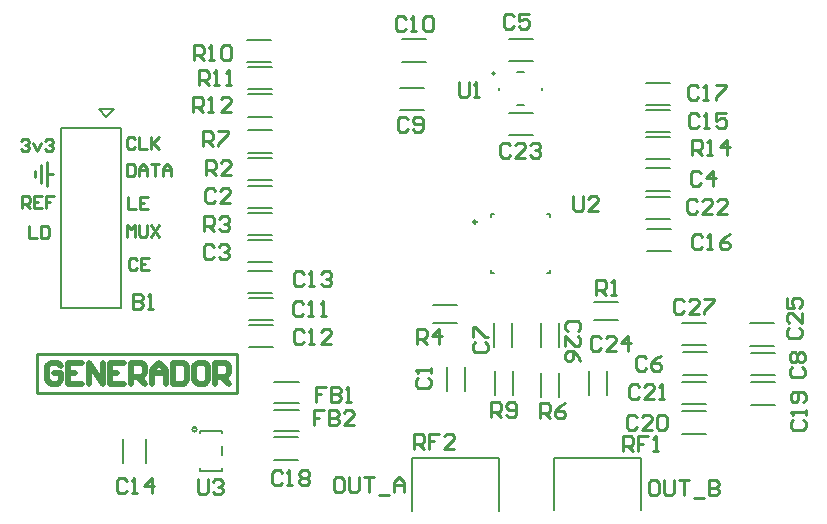
<source format=gto>
G04*
G04 #@! TF.GenerationSoftware,Altium Limited,Altium Designer,24.5.2 (23)*
G04*
G04 Layer_Color=65535*
%FSLAX25Y25*%
%MOIN*%
G70*
G04*
G04 #@! TF.SameCoordinates,D208CBCF-4B6E-48A8-A20F-7FDAAE84B22A*
G04*
G04*
G04 #@! TF.FilePolarity,Positive*
G04*
G01*
G75*
%ADD10C,0.00500*%
%ADD11C,0.00984*%
%ADD12C,0.01000*%
%ADD13C,0.00787*%
%ADD14C,0.02000*%
D10*
X64473Y31693D02*
G03*
X64473Y31693I-787J0D01*
G01*
X163943Y150394D02*
G03*
X163943Y150394I-557J0D01*
G01*
X72741Y23031D02*
Y26181D01*
X65654Y17913D02*
X72741D01*
X65654D02*
Y18701D01*
X72741Y17913D02*
Y18701D01*
X66048Y31299D02*
X71953D01*
X72741Y30512D02*
Y31299D01*
X71953D02*
X72741D01*
X65654Y30512D02*
Y31299D01*
X66048D01*
X47357Y20606D02*
Y28606D01*
X39857Y20606D02*
Y28606D01*
X143244Y73276D02*
X151244D01*
X143244Y67276D02*
X151244D01*
X39252Y72205D02*
Y132126D01*
X19252Y72205D02*
Y132126D01*
X39252D01*
X31752Y138376D02*
X34252Y135876D01*
X31752Y138376D02*
X36752D01*
X34252Y135876D02*
X36752Y138376D01*
X19252Y72205D02*
X39252D01*
X248953Y67136D02*
X256953D01*
X248953Y59636D02*
X256953D01*
X226118Y47648D02*
X234118D01*
X226118Y40148D02*
X234118D01*
X133008Y161821D02*
X141008D01*
X133008Y154321D02*
X141008D01*
X132024Y145679D02*
X140024D01*
X132024Y138179D02*
X140024D01*
X249346Y57293D02*
X257347D01*
X249346Y49793D02*
X257347D01*
X168441Y162018D02*
X176441D01*
X168441Y154518D02*
X176441D01*
X81236Y154124D02*
X89236D01*
X81236Y161624D02*
X89236D01*
X81630Y77156D02*
X89630D01*
X81630Y84655D02*
X89630D01*
X169732Y43047D02*
Y51047D01*
X163732Y43047D02*
Y51047D01*
X185284Y42654D02*
Y50654D01*
X179283Y42654D02*
Y50654D01*
X196984Y68063D02*
X204984D01*
X196984Y74063D02*
X204984D01*
X81433Y131506D02*
X89433D01*
X81433Y124006D02*
X89433D01*
X183531Y4795D02*
Y22295D01*
X212531Y4795D02*
Y22295D01*
X183531D02*
X212531D01*
X214307Y147288D02*
X222307D01*
X214307Y139788D02*
X222307D01*
X185284Y59189D02*
Y67189D01*
X179283Y59189D02*
Y67189D01*
X201031Y43244D02*
Y51244D01*
X195031Y43244D02*
Y51244D01*
X169535Y59189D02*
Y67189D01*
X163535Y59189D02*
Y67189D01*
X153984Y44622D02*
Y52622D01*
X147984Y44622D02*
Y52622D01*
X226315Y59833D02*
X234315D01*
X226315Y67333D02*
X234315D01*
X214307Y129286D02*
X222307D01*
X214307Y121786D02*
X222307D01*
X249346Y47451D02*
X257347D01*
X249346Y39951D02*
X257347D01*
X81433Y152569D02*
X89433D01*
X81433Y145069D02*
X89433D01*
X81433Y143514D02*
X89433D01*
X81433Y136014D02*
X89433D01*
X214504Y98632D02*
X222504D01*
X214504Y91132D02*
X222504D01*
X226315Y30305D02*
X234315D01*
X226315Y37805D02*
X234315D01*
X226512Y57490D02*
X234512D01*
X226512Y49990D02*
X234512D01*
X81827Y68155D02*
X89827D01*
X81827Y75655D02*
X89827D01*
X81827Y59045D02*
X89827D01*
X81827Y66545D02*
X89827D01*
X90197Y29144D02*
X98197D01*
X90197Y21644D02*
X98197D01*
X81433Y87392D02*
X89433D01*
X81433Y94892D02*
X89433D01*
X81433Y103893D02*
X89433D01*
X81433Y96393D02*
X89433D01*
X81630Y114754D02*
X89630D01*
X81630Y122254D02*
X89630D01*
X81433Y113002D02*
X89433D01*
X81433Y105502D02*
X89433D01*
X214307Y118711D02*
X222307D01*
X214307Y111211D02*
X222307D01*
X214307Y109262D02*
X222307D01*
X214307Y101762D02*
X222307D01*
X214307Y138287D02*
X222307D01*
X214307Y130787D02*
X222307D01*
X179528Y144882D02*
Y145669D01*
X171260Y150787D02*
X173622D01*
X171260Y139764D02*
X173622D01*
X165354Y144882D02*
Y145669D01*
X168441Y129715D02*
X176441D01*
X168441Y137215D02*
X176441D01*
X136287Y22098D02*
X165287D01*
Y4598D02*
Y22098D01*
X136287Y4598D02*
Y22098D01*
D11*
X157653Y100881D02*
G03*
X157653Y100881I-492J0D01*
G01*
D12*
X11220Y43898D02*
X77953D01*
X11220Y56693D02*
X77953D01*
Y43898D02*
Y56693D01*
X11220Y43898D02*
Y56693D01*
X14567Y112992D02*
Y120866D01*
X12598Y113976D02*
Y119882D01*
X10630Y115945D02*
Y117913D01*
X14567Y116929D02*
X16535D01*
X217672Y14748D02*
X216006D01*
X215173Y13915D01*
Y10583D01*
X216006Y9750D01*
X217672D01*
X218506Y10583D01*
Y13915D01*
X217672Y14748D01*
X220172D02*
Y10583D01*
X221005Y9750D01*
X222671D01*
X223504Y10583D01*
Y14748D01*
X225170D02*
X228502D01*
X226836D01*
Y9750D01*
X230168Y8917D02*
X233501D01*
X235167Y14748D02*
Y9750D01*
X237666D01*
X238499Y10583D01*
Y11416D01*
X237666Y12249D01*
X235167D01*
X237666D01*
X238499Y13082D01*
Y13915D01*
X237666Y14748D01*
X235167D01*
X112554Y15732D02*
X110888D01*
X110055Y14899D01*
Y11567D01*
X110888Y10734D01*
X112554D01*
X113387Y11567D01*
Y14899D01*
X112554Y15732D01*
X115053D02*
Y11567D01*
X115887Y10734D01*
X117553D01*
X118386Y11567D01*
Y15732D01*
X120052D02*
X123384D01*
X121718D01*
Y10734D01*
X125050Y9901D02*
X128383D01*
X130049Y10734D02*
Y14066D01*
X131715Y15732D01*
X133381Y14066D01*
Y10734D01*
Y13233D01*
X130049D01*
X44611Y88294D02*
X43944Y88961D01*
X42611D01*
X41945Y88294D01*
Y85628D01*
X42611Y84962D01*
X43944D01*
X44611Y85628D01*
X48609Y88961D02*
X45944D01*
Y84962D01*
X48609D01*
X45944Y86961D02*
X47276D01*
X41551Y109039D02*
Y105041D01*
X44217D01*
X48216Y109039D02*
X45550D01*
Y105041D01*
X48216D01*
X45550Y107040D02*
X46883D01*
X41157Y120063D02*
Y116064D01*
X43157D01*
X43823Y116731D01*
Y119396D01*
X43157Y120063D01*
X41157D01*
X45156Y116064D02*
Y118730D01*
X46489Y120063D01*
X47822Y118730D01*
Y116064D01*
Y118064D01*
X45156D01*
X49155Y120063D02*
X51821D01*
X50488D01*
Y116064D01*
X53154D02*
Y118730D01*
X54487Y120063D01*
X55819Y118730D01*
Y116064D01*
Y118064D01*
X53154D01*
X43823Y128648D02*
X43157Y129315D01*
X41824D01*
X41157Y128648D01*
Y125983D01*
X41824Y125316D01*
X43157D01*
X43823Y125983D01*
X45156Y129315D02*
Y125316D01*
X47822D01*
X49155Y129315D02*
Y125316D01*
Y126649D01*
X51821Y129315D01*
X49821Y127316D01*
X51821Y125316D01*
X41157Y95789D02*
Y99787D01*
X42490Y98454D01*
X43823Y99787D01*
Y95789D01*
X45156Y99787D02*
Y96455D01*
X45823Y95789D01*
X47155D01*
X47822Y96455D01*
Y99787D01*
X49155D02*
X51821Y95789D01*
Y99787D02*
X49155Y95789D01*
X5921Y127861D02*
X6588Y128528D01*
X7921D01*
X8587Y127861D01*
Y127195D01*
X7921Y126528D01*
X7254D01*
X7921D01*
X8587Y125862D01*
Y125195D01*
X7921Y124529D01*
X6588D01*
X5921Y125195D01*
X9920Y127195D02*
X11253Y124529D01*
X12586Y127195D01*
X13919Y127861D02*
X14585Y128528D01*
X15918D01*
X16585Y127861D01*
Y127195D01*
X15918Y126528D01*
X15252D01*
X15918D01*
X16585Y125862D01*
Y125195D01*
X15918Y124529D01*
X14585D01*
X13919Y125195D01*
X6118Y105631D02*
Y109630D01*
X8117D01*
X8784Y108964D01*
Y107631D01*
X8117Y106964D01*
X6118D01*
X7451D02*
X8784Y105631D01*
X12783Y109630D02*
X10117D01*
Y105631D01*
X12783D01*
X10117Y107631D02*
X11450D01*
X16781Y109630D02*
X14116D01*
Y107631D01*
X15448D01*
X14116D01*
Y105631D01*
X8677Y99590D02*
Y95592D01*
X11343D01*
X12676Y99590D02*
Y95592D01*
X14675D01*
X15342Y96258D01*
Y98924D01*
X14675Y99590D01*
X12676D01*
X100037Y83556D02*
X99204Y84389D01*
X97538D01*
X96705Y83556D01*
Y80224D01*
X97538Y79391D01*
X99204D01*
X100037Y80224D01*
X101703Y79391D02*
X103369D01*
X102536D01*
Y84389D01*
X101703Y83556D01*
X105868D02*
X106702Y84389D01*
X108368D01*
X109201Y83556D01*
Y82723D01*
X108368Y81890D01*
X107535D01*
X108368D01*
X109201Y81057D01*
Y80224D01*
X108368Y79391D01*
X106702D01*
X105868Y80224D01*
X43124Y76909D02*
Y71910D01*
X45624D01*
X46457Y72743D01*
Y73576D01*
X45624Y74410D01*
X43124D01*
X45624D01*
X46457Y75243D01*
Y76076D01*
X45624Y76909D01*
X43124D01*
X48123Y71910D02*
X49789D01*
X48956D01*
Y76909D01*
X48123Y76076D01*
X206570Y24469D02*
Y29468D01*
X209069D01*
X209902Y28635D01*
Y26969D01*
X209069Y26135D01*
X206570D01*
X208236D02*
X209902Y24469D01*
X214901Y29468D02*
X211568D01*
Y26969D01*
X213235D01*
X211568D01*
Y24469D01*
X216567D02*
X218233D01*
X217400D01*
Y29468D01*
X216567Y28635D01*
X226786Y74501D02*
X225953Y75334D01*
X224287D01*
X223454Y74501D01*
Y71169D01*
X224287Y70336D01*
X225953D01*
X226786Y71169D01*
X231784Y70336D02*
X228452D01*
X231784Y73668D01*
Y74501D01*
X230951Y75334D01*
X229285D01*
X228452Y74501D01*
X233450Y75334D02*
X236783D01*
Y74501D01*
X233450Y71169D01*
Y70336D01*
X191430Y64356D02*
X192263Y65189D01*
Y66855D01*
X191430Y67688D01*
X188098D01*
X187265Y66855D01*
Y65189D01*
X188098Y64356D01*
X187265Y59358D02*
Y62690D01*
X190597Y59358D01*
X191430D01*
X192263Y60190D01*
Y61857D01*
X191430Y62690D01*
X192263Y54359D02*
X191430Y56025D01*
X189764Y57691D01*
X188098D01*
X187265Y56858D01*
Y55192D01*
X188098Y54359D01*
X188931D01*
X189764Y55192D01*
Y57691D01*
X261916Y65565D02*
X261084Y64732D01*
Y63066D01*
X261916Y62233D01*
X265249D01*
X266082Y63066D01*
Y64732D01*
X265249Y65565D01*
X266082Y70564D02*
Y67232D01*
X262750Y70564D01*
X261916D01*
X261084Y69731D01*
Y68065D01*
X261916Y67232D01*
X261084Y75562D02*
Y72230D01*
X263583D01*
X262750Y73896D01*
Y74729D01*
X263583Y75562D01*
X265249D01*
X266082Y74729D01*
Y73063D01*
X265249Y72230D01*
X199030Y62099D02*
X198197Y62932D01*
X196531D01*
X195698Y62099D01*
Y58767D01*
X196531Y57934D01*
X198197D01*
X199030Y58767D01*
X204028Y57934D02*
X200696D01*
X204028Y61266D01*
Y62099D01*
X203195Y62932D01*
X201529D01*
X200696Y62099D01*
X208194Y57934D02*
Y62932D01*
X205695Y60433D01*
X209027D01*
X168912Y126469D02*
X168079Y127302D01*
X166413D01*
X165580Y126469D01*
Y123137D01*
X166413Y122304D01*
X168079D01*
X168912Y123137D01*
X173910Y122304D02*
X170578D01*
X173910Y125636D01*
Y126469D01*
X173077Y127302D01*
X171411D01*
X170578Y126469D01*
X175576D02*
X176409Y127302D01*
X178076D01*
X178909Y126469D01*
Y125636D01*
X178076Y124803D01*
X177243D01*
X178076D01*
X178909Y123970D01*
Y123137D01*
X178076Y122304D01*
X176409D01*
X175576Y123137D01*
X189929Y109389D02*
Y105224D01*
X190762Y104391D01*
X192428D01*
X193261Y105224D01*
Y109389D01*
X198260Y104391D02*
X194928D01*
X198260Y107723D01*
Y108556D01*
X197427Y109389D01*
X195761D01*
X194928Y108556D01*
X64732Y15098D02*
Y10932D01*
X65565Y10099D01*
X67232D01*
X68065Y10932D01*
Y15098D01*
X69731Y14265D02*
X70564Y15098D01*
X72230D01*
X73063Y14265D01*
Y13431D01*
X72230Y12598D01*
X71397D01*
X72230D01*
X73063Y11765D01*
Y10932D01*
X72230Y10099D01*
X70564D01*
X69731Y10932D01*
X151786Y147381D02*
Y143216D01*
X152619Y142383D01*
X154285D01*
X155118Y143216D01*
Y147381D01*
X156784Y142383D02*
X158450D01*
X157617D01*
Y147381D01*
X156784Y146548D01*
X229579Y123234D02*
Y128233D01*
X232078D01*
X232911Y127399D01*
Y125733D01*
X232078Y124900D01*
X229579D01*
X231245D02*
X232911Y123234D01*
X234577D02*
X236243D01*
X235410D01*
Y128233D01*
X234577Y127399D01*
X241242Y123234D02*
Y128233D01*
X238742Y125733D01*
X242075D01*
X63240Y137658D02*
Y142657D01*
X65739D01*
X66572Y141824D01*
Y140157D01*
X65739Y139324D01*
X63240D01*
X64906D02*
X66572Y137658D01*
X68239D02*
X69905D01*
X69072D01*
Y142657D01*
X68239Y141824D01*
X75736Y137658D02*
X72404D01*
X75736Y140991D01*
Y141824D01*
X74903Y142657D01*
X73237D01*
X72404Y141824D01*
X65057Y146517D02*
Y151515D01*
X67557D01*
X68390Y150682D01*
Y149016D01*
X67557Y148183D01*
X65057D01*
X66724D02*
X68390Y146517D01*
X70056D02*
X71722D01*
X70889D01*
Y151515D01*
X70056Y150682D01*
X74221Y146517D02*
X75887D01*
X75054D01*
Y151515D01*
X74221Y150682D01*
X63437Y154784D02*
Y159783D01*
X65936D01*
X66769Y158950D01*
Y157283D01*
X65936Y156450D01*
X63437D01*
X65103D02*
X66769Y154784D01*
X68435D02*
X70102D01*
X69269D01*
Y159783D01*
X68435Y158950D01*
X72601D02*
X73434Y159783D01*
X75100D01*
X75933Y158950D01*
Y155617D01*
X75100Y154784D01*
X73434D01*
X72601Y155617D01*
Y158950D01*
X162567Y35690D02*
Y40688D01*
X165066D01*
X165899Y39855D01*
Y38189D01*
X165066Y37356D01*
X162567D01*
X164233D02*
X165899Y35690D01*
X167565Y36523D02*
X168398Y35690D01*
X170064D01*
X170898Y36523D01*
Y39855D01*
X170064Y40688D01*
X168398D01*
X167565Y39855D01*
Y39022D01*
X168398Y38189D01*
X170898D01*
X66504Y126044D02*
Y131043D01*
X69003D01*
X69836Y130209D01*
Y128543D01*
X69003Y127710D01*
X66504D01*
X68170D02*
X69836Y126044D01*
X71502Y131043D02*
X74835D01*
Y130209D01*
X71502Y126877D01*
Y126044D01*
X178905Y35493D02*
Y40491D01*
X181405D01*
X182238Y39658D01*
Y37992D01*
X181405Y37159D01*
X178905D01*
X180572D02*
X182238Y35493D01*
X187236Y40491D02*
X185570Y39658D01*
X183904Y37992D01*
Y36326D01*
X184737Y35493D01*
X186403D01*
X187236Y36326D01*
Y37159D01*
X186403Y37992D01*
X183904D01*
X137764Y60296D02*
Y65294D01*
X140263D01*
X141096Y64461D01*
Y62795D01*
X140263Y61962D01*
X137764D01*
X139430D02*
X141096Y60296D01*
X145261D02*
Y65294D01*
X142762Y62795D01*
X146095D01*
X66898Y97840D02*
Y102839D01*
X69397D01*
X70230Y102006D01*
Y100340D01*
X69397Y99506D01*
X66898D01*
X68564D02*
X70230Y97840D01*
X71896Y102006D02*
X72729Y102839D01*
X74395D01*
X75228Y102006D01*
Y101173D01*
X74395Y100340D01*
X73562D01*
X74395D01*
X75228Y99506D01*
Y98673D01*
X74395Y97840D01*
X72729D01*
X71896Y98673D01*
X67488Y116399D02*
Y121397D01*
X69987D01*
X70820Y120564D01*
Y118898D01*
X69987Y118065D01*
X67488D01*
X69154D02*
X70820Y116399D01*
X75819D02*
X72487D01*
X75819Y119731D01*
Y120564D01*
X74986Y121397D01*
X73320D01*
X72487Y120564D01*
X197652Y76635D02*
Y81633D01*
X200151D01*
X200984Y80800D01*
Y79134D01*
X200151Y78301D01*
X197652D01*
X199318D02*
X200984Y76635D01*
X202650D02*
X204316D01*
X203483D01*
Y81633D01*
X202650Y80800D01*
X136994Y25349D02*
Y30347D01*
X139493D01*
X140326Y29514D01*
Y27848D01*
X139493Y27015D01*
X136994D01*
X138660D02*
X140326Y25349D01*
X145324Y30347D02*
X141992D01*
Y27848D01*
X143658D01*
X141992D01*
Y25349D01*
X150323D02*
X146991D01*
X150323Y28681D01*
Y29514D01*
X149490Y30347D01*
X147824D01*
X146991Y29514D01*
X106810Y38129D02*
X103478D01*
Y35630D01*
X105144D01*
X103478D01*
Y33131D01*
X108476Y38129D02*
Y33131D01*
X110975D01*
X111808Y33964D01*
Y34797D01*
X110975Y35630D01*
X108476D01*
X110975D01*
X111808Y36463D01*
Y37296D01*
X110975Y38129D01*
X108476D01*
X116807Y33131D02*
X113474D01*
X116807Y36463D01*
Y37296D01*
X115973Y38129D01*
X114307D01*
X113474Y37296D01*
X107446Y46003D02*
X104114D01*
Y43504D01*
X105780D01*
X104114D01*
Y41005D01*
X109112Y46003D02*
Y41005D01*
X111611D01*
X112444Y41838D01*
Y42671D01*
X111611Y43504D01*
X109112D01*
X111611D01*
X112444Y44337D01*
Y45170D01*
X111611Y46003D01*
X109112D01*
X114111Y41005D02*
X115777D01*
X114944D01*
Y46003D01*
X114111Y45170D01*
X231313Y107768D02*
X230480Y108602D01*
X228814D01*
X227981Y107768D01*
Y104436D01*
X228814Y103603D01*
X230480D01*
X231313Y104436D01*
X236312Y103603D02*
X232980D01*
X236312Y106935D01*
Y107768D01*
X235479Y108602D01*
X233813D01*
X232980Y107768D01*
X241310Y103603D02*
X237978D01*
X241310Y106935D01*
Y107768D01*
X240477Y108602D01*
X238811D01*
X237978Y107768D01*
X211871Y45957D02*
X211038Y46791D01*
X209372D01*
X208539Y45957D01*
Y42625D01*
X209372Y41792D01*
X211038D01*
X211871Y42625D01*
X216869Y41792D02*
X213537D01*
X216869Y45124D01*
Y45957D01*
X216036Y46791D01*
X214370D01*
X213537Y45957D01*
X218535Y41792D02*
X220201D01*
X219369D01*
Y46791D01*
X218535Y45957D01*
X211038Y35721D02*
X210205Y36554D01*
X208539D01*
X207706Y35721D01*
Y32389D01*
X208539Y31556D01*
X210205D01*
X211038Y32389D01*
X216036Y31556D02*
X212704D01*
X216036Y34888D01*
Y35721D01*
X215203Y36554D01*
X213537D01*
X212704Y35721D01*
X217702D02*
X218535Y36554D01*
X220201D01*
X221035Y35721D01*
Y32389D01*
X220201Y31556D01*
X218535D01*
X217702Y32389D01*
Y35721D01*
X263295Y34880D02*
X262461Y34047D01*
Y32380D01*
X263295Y31547D01*
X266627D01*
X267460Y32380D01*
Y34047D01*
X266627Y34880D01*
X267460Y36546D02*
Y38212D01*
Y37379D01*
X262461D01*
X263295Y36546D01*
X266627Y40711D02*
X267460Y41544D01*
Y43210D01*
X266627Y44043D01*
X263295D01*
X262461Y43210D01*
Y41544D01*
X263295Y40711D01*
X264128D01*
X264961Y41544D01*
Y44043D01*
X92856Y17217D02*
X92023Y18050D01*
X90357D01*
X89524Y17217D01*
Y13885D01*
X90357Y13052D01*
X92023D01*
X92856Y13885D01*
X94522Y13052D02*
X96188D01*
X95355D01*
Y18050D01*
X94522Y17217D01*
X98688D02*
X99521Y18050D01*
X101187D01*
X102020Y17217D01*
Y16384D01*
X101187Y15551D01*
X102020Y14718D01*
Y13885D01*
X101187Y13052D01*
X99521D01*
X98688Y13885D01*
Y14718D01*
X99521Y15551D01*
X98688Y16384D01*
Y17217D01*
X99521Y15551D02*
X101187D01*
X231533Y145706D02*
X230700Y146540D01*
X229034D01*
X228201Y145706D01*
Y142374D01*
X229034Y141541D01*
X230700D01*
X231533Y142374D01*
X233199Y141541D02*
X234865D01*
X234032D01*
Y146540D01*
X233199Y145706D01*
X237365Y146540D02*
X240697D01*
Y145706D01*
X237365Y142374D01*
Y141541D01*
X232911Y95957D02*
X232078Y96790D01*
X230412D01*
X229579Y95957D01*
Y92625D01*
X230412Y91792D01*
X232078D01*
X232911Y92625D01*
X234577Y91792D02*
X236243D01*
X235410D01*
Y96790D01*
X234577Y95957D01*
X242075Y96790D02*
X240409Y95957D01*
X238742Y94291D01*
Y92625D01*
X239576Y91792D01*
X241242D01*
X242075Y92625D01*
Y93458D01*
X241242Y94291D01*
X238742D01*
X231730Y136258D02*
X230897Y137091D01*
X229231D01*
X228398Y136258D01*
Y132925D01*
X229231Y132092D01*
X230897D01*
X231730Y132925D01*
X233396Y132092D02*
X235062D01*
X234229D01*
Y137091D01*
X233396Y136258D01*
X240894Y137091D02*
X237561D01*
Y134592D01*
X239228Y135425D01*
X240061D01*
X240894Y134592D01*
Y132925D01*
X240061Y132092D01*
X238394D01*
X237561Y132925D01*
X41179Y14658D02*
X40346Y15491D01*
X38680D01*
X37846Y14658D01*
Y11326D01*
X38680Y10493D01*
X40346D01*
X41179Y11326D01*
X42845Y10493D02*
X44511D01*
X43678D01*
Y15491D01*
X42845Y14658D01*
X49509Y10493D02*
Y15491D01*
X47010Y12992D01*
X50343D01*
X100037Y64265D02*
X99204Y65098D01*
X97538D01*
X96705Y64265D01*
Y60932D01*
X97538Y60099D01*
X99204D01*
X100037Y60932D01*
X101703Y60099D02*
X103369D01*
X102536D01*
Y65098D01*
X101703Y64265D01*
X109201Y60099D02*
X105868D01*
X109201Y63432D01*
Y64265D01*
X108368Y65098D01*
X106702D01*
X105868Y64265D01*
X99886Y73571D02*
X99053Y74404D01*
X97387D01*
X96554Y73571D01*
Y70238D01*
X97387Y69405D01*
X99053D01*
X99886Y70238D01*
X101552Y69405D02*
X103218D01*
X102385D01*
Y74404D01*
X101552Y73571D01*
X105717Y69405D02*
X107383D01*
X106550D01*
Y74404D01*
X105717Y73571D01*
X134092Y168595D02*
X133259Y169428D01*
X131593D01*
X130760Y168595D01*
Y165263D01*
X131593Y164430D01*
X133259D01*
X134092Y165263D01*
X135758Y164430D02*
X137424D01*
X136591D01*
Y169428D01*
X135758Y168595D01*
X139924D02*
X140757Y169428D01*
X142423D01*
X143256Y168595D01*
Y165263D01*
X142423Y164430D01*
X140757D01*
X139924Y165263D01*
Y168595D01*
X134797Y135131D02*
X133964Y135964D01*
X132298D01*
X131465Y135131D01*
Y131798D01*
X132298Y130965D01*
X133964D01*
X134797Y131798D01*
X136463D02*
X137296Y130965D01*
X138962D01*
X139795Y131798D01*
Y135131D01*
X138962Y135964D01*
X137296D01*
X136463Y135131D01*
Y134298D01*
X137296Y133465D01*
X139795D01*
X262901Y52513D02*
X262068Y51680D01*
Y50014D01*
X262901Y49181D01*
X266233D01*
X267066Y50014D01*
Y51680D01*
X266233Y52513D01*
X262901Y54180D02*
X262068Y55013D01*
Y56679D01*
X262901Y57512D01*
X263734D01*
X264567Y56679D01*
X265400Y57512D01*
X266233D01*
X267066Y56679D01*
Y55013D01*
X266233Y54180D01*
X265400D01*
X264567Y55013D01*
X263734Y54180D01*
X262901D01*
X264567Y55013D02*
Y56679D01*
X157192Y60781D02*
X156359Y59948D01*
Y58282D01*
X157192Y57449D01*
X160524D01*
X161357Y58282D01*
Y59948D01*
X160524Y60781D01*
X156359Y62447D02*
Y65780D01*
X157192D01*
X160524Y62447D01*
X161357D01*
X214324Y55406D02*
X213491Y56239D01*
X211825D01*
X210992Y55406D01*
Y52074D01*
X211825Y51241D01*
X213491D01*
X214324Y52074D01*
X219323Y56239D02*
X217657Y55406D01*
X215990Y53740D01*
Y52074D01*
X216824Y51241D01*
X218490D01*
X219323Y52074D01*
Y52907D01*
X218490Y53740D01*
X215990D01*
X170026Y169414D02*
X169193Y170247D01*
X167527D01*
X166694Y169414D01*
Y166082D01*
X167527Y165249D01*
X169193D01*
X170026Y166082D01*
X175024Y170247D02*
X171692D01*
Y167748D01*
X173358Y168581D01*
X174191D01*
X175024Y167748D01*
Y166082D01*
X174191Y165249D01*
X172525D01*
X171692Y166082D01*
X232435Y117020D02*
X231602Y117853D01*
X229936D01*
X229102Y117020D01*
Y113688D01*
X229936Y112855D01*
X231602D01*
X232435Y113688D01*
X236600Y112855D02*
Y117853D01*
X234101Y115354D01*
X237433D01*
X70033Y92611D02*
X69200Y93444D01*
X67534D01*
X66701Y92611D01*
Y89279D01*
X67534Y88446D01*
X69200D01*
X70033Y89279D01*
X71699Y92611D02*
X72532Y93444D01*
X74198D01*
X75032Y92611D01*
Y91778D01*
X74198Y90945D01*
X73365D01*
X74198D01*
X75032Y90112D01*
Y89279D01*
X74198Y88446D01*
X72532D01*
X71699Y89279D01*
X70624Y111312D02*
X69791Y112145D01*
X68125D01*
X67291Y111312D01*
Y107980D01*
X68125Y107147D01*
X69791D01*
X70624Y107980D01*
X75622Y107147D02*
X72290D01*
X75622Y110479D01*
Y111312D01*
X74789Y112145D01*
X73123D01*
X72290Y111312D01*
X138294Y49016D02*
X137461Y48183D01*
Y46517D01*
X138294Y45684D01*
X141627D01*
X142460Y46517D01*
Y48183D01*
X141627Y49016D01*
X142460Y50682D02*
Y52348D01*
Y51515D01*
X137461D01*
X138294Y50682D01*
D13*
X90342Y31201D02*
X98446D01*
X90342Y38091D02*
X98446D01*
X90342Y40650D02*
X98446D01*
X90342Y47539D02*
X98446D01*
X181299Y103538D02*
X182283D01*
Y102554D02*
Y103538D01*
X181299Y83853D02*
X182283D01*
Y84838D01*
X162598Y103538D02*
X163583D01*
X162598Y102554D02*
Y103538D01*
Y83853D02*
Y84838D01*
Y83853D02*
X163583D01*
D14*
X19264Y52739D02*
X18097Y53905D01*
X15765D01*
X14598Y52739D01*
Y48074D01*
X15765Y46908D01*
X18097D01*
X19264Y48074D01*
Y50407D01*
X16931D01*
X26261Y53905D02*
X21596D01*
Y46908D01*
X26261D01*
X21596Y50407D02*
X23929D01*
X28594Y46908D02*
Y53905D01*
X33259Y46908D01*
Y53905D01*
X40257D02*
X35592D01*
Y46908D01*
X40257D01*
X35592Y50407D02*
X37924D01*
X42589Y46908D02*
Y53905D01*
X46088D01*
X47254Y52739D01*
Y50407D01*
X46088Y49240D01*
X42589D01*
X44922D02*
X47254Y46908D01*
X49587D02*
Y51573D01*
X51920Y53905D01*
X54252Y51573D01*
Y46908D01*
Y50407D01*
X49587D01*
X56585Y53905D02*
Y46908D01*
X60084D01*
X61250Y48074D01*
Y52739D01*
X60084Y53905D01*
X56585D01*
X67081D02*
X64749D01*
X63583Y52739D01*
Y48074D01*
X64749Y46908D01*
X67081D01*
X68248Y48074D01*
Y52739D01*
X67081Y53905D01*
X70580Y46908D02*
Y53905D01*
X74079D01*
X75245Y52739D01*
Y50407D01*
X74079Y49240D01*
X70580D01*
X72913D02*
X75245Y46908D01*
M02*

</source>
